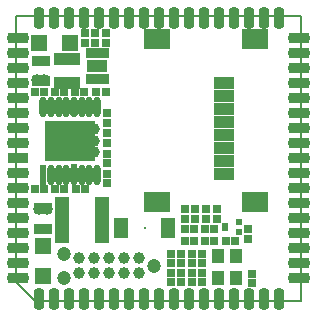
<source format=gts>
G04 Layer_Color=8388736*
%FSLAX43Y43*%
%MOMM*%
G71*
G01*
G75*
%ADD35C,0.200*%
%ADD58R,2.203X1.003*%
%ADD59R,1.203X3.903*%
%ADD60R,0.603X1.753*%
%ADD61O,0.603X1.753*%
%ADD62R,4.303X3.503*%
%ADD63R,1.203X1.803*%
%ADD64R,0.703X0.703*%
%ADD65R,0.703X0.703*%
%ADD66R,0.603X0.703*%
%ADD67R,0.603X0.603*%
%ADD68R,1.453X1.403*%
%ADD69R,1.403X1.453*%
%ADD70R,1.503X0.953*%
%ADD71R,1.803X1.003*%
%ADD72R,0.653X0.953*%
%ADD73R,2.203X1.653*%
%ADD74R,1.703X1.003*%
%ADD75C,0.990*%
%ADD76R,1.103X1.203*%
%ADD77C,0.203*%
G04:AMPARAMS|DCode=78|XSize=0.903mm|YSize=1.803mm|CornerRadius=0.277mm|HoleSize=0mm|Usage=FLASHONLY|Rotation=90.000|XOffset=0mm|YOffset=0mm|HoleType=Round|Shape=RoundedRectangle|*
%AMROUNDEDRECTD78*
21,1,0.903,1.250,0,0,90.0*
21,1,0.350,1.803,0,0,90.0*
1,1,0.553,0.625,0.175*
1,1,0.553,0.625,-0.175*
1,1,0.553,-0.625,-0.175*
1,1,0.553,-0.625,0.175*
%
%ADD78ROUNDEDRECTD78*%
%ADD79R,1.803X0.903*%
G04:AMPARAMS|DCode=80|XSize=0.903mm|YSize=1.803mm|CornerRadius=0.277mm|HoleSize=0mm|Usage=FLASHONLY|Rotation=0.000|XOffset=0mm|YOffset=0mm|HoleType=Round|Shape=RoundedRectangle|*
%AMROUNDEDRECTD80*
21,1,0.903,1.250,0,0,0.0*
21,1,0.350,1.803,0,0,0.0*
1,1,0.553,0.175,-0.625*
1,1,0.553,-0.175,-0.625*
1,1,0.553,-0.175,0.625*
1,1,0.553,0.175,0.625*
%
%ADD80ROUNDEDRECTD80*%
%ADD81C,1.194*%
%ADD82C,0.603*%
%ADD83C,0.703*%
%ADD84C,1.003*%
D35*
X9240Y-12080D02*
X9810D01*
X7970D02*
X8540D01*
X6700D02*
X7270D01*
X5430D02*
X6000D01*
X4160D02*
X4730D01*
X2890D02*
X3460D01*
X1620D02*
X2190D01*
X350D02*
X920D01*
X-920D02*
X-350D01*
X-2190D02*
X-1620D01*
X-3460D02*
X-2890D01*
X-4730D02*
X-4160D01*
X-6000D02*
X-5430D01*
X-7270D02*
X-6700D01*
X-8540D02*
X-7970D01*
X-9810D02*
X-9240D01*
X-12480Y-10510D02*
X-12080D01*
X-12580Y-10410D02*
X-12480Y-10510D01*
X-12580Y-10410D02*
Y-9910D01*
X-12480Y-9810D01*
X-12080D01*
X-12480Y-9240D02*
X-12080D01*
X-12580Y-9140D02*
X-12480Y-9240D01*
X-12580Y-9140D02*
Y-8640D01*
X-12480Y-8540D01*
X-12080D01*
X-12480Y-7970D02*
X-12080D01*
X-12580Y-7870D02*
X-12480Y-7970D01*
X-12580Y-7870D02*
Y-7370D01*
X-12480Y-7270D01*
X-12080D01*
X-12480Y-6700D02*
X-12080D01*
X-12580Y-6600D02*
X-12480Y-6700D01*
X-12580Y-6600D02*
Y-6100D01*
X-12480Y-6000D01*
X-12080D01*
X-12480Y-5430D02*
X-12080D01*
X-12580Y-5330D02*
X-12480Y-5430D01*
X-12580Y-5330D02*
Y-4830D01*
X-12480Y-4730D01*
X-12080D01*
X-12480Y-4160D02*
X-12080D01*
X-12580Y-4060D02*
X-12480Y-4160D01*
X-12580Y-4060D02*
Y-3560D01*
X-12480Y-3460D01*
X-12080D01*
X-12480Y-2890D02*
X-12080D01*
X-12580Y-2790D02*
X-12480Y-2890D01*
X-12580Y-2790D02*
Y-2290D01*
X-12480Y-2190D01*
X-12080D01*
X-12480Y-1620D02*
X-12080D01*
X-12580Y-1520D02*
X-12480Y-1620D01*
X-12580Y-1520D02*
Y-1020D01*
X-12480Y-920D01*
X-12080D01*
X-12480Y-350D02*
X-12080D01*
X-12580Y-250D02*
X-12480Y-350D01*
X-12580Y-250D02*
Y250D01*
X-12480Y350D01*
X-12080D01*
X-12480Y920D02*
X-12080D01*
X-12580Y1020D02*
X-12480Y920D01*
X-12580Y1020D02*
Y1520D01*
X-12480Y1620D01*
X-12080D01*
X-12480Y2190D02*
X-12080D01*
X-12580Y2290D02*
X-12480Y2190D01*
X-12580Y2290D02*
Y2790D01*
X-12480Y2890D01*
X-12080D01*
X-12480Y3460D02*
X-12080D01*
X-12580Y3560D02*
X-12480Y3460D01*
X-12580Y3560D02*
Y4060D01*
X-12480Y4160D01*
X-12080D01*
X-12480Y4730D02*
X-12080D01*
X-12580Y4830D02*
X-12480Y4730D01*
X-12580Y4830D02*
Y5330D01*
X-12480Y5430D01*
X-12080D01*
X-12480Y6000D02*
X-12080D01*
X-12580Y6100D02*
X-12480Y6000D01*
X-12580Y6100D02*
Y6600D01*
X-12480Y6700D01*
X-12080D01*
X-12480Y7270D02*
X-12080D01*
X-12580Y7370D02*
X-12480Y7270D01*
X-12580Y7370D02*
Y7870D01*
X-12480Y7970D01*
X-12080D01*
X-12480Y8540D02*
X-12080D01*
X-12580Y8640D02*
X-12480Y8540D01*
X-12580Y8640D02*
Y9140D01*
X-12480Y9240D01*
X-12080D01*
X-12480Y9810D02*
X-12080D01*
X-12580Y9910D02*
X-12480Y9810D01*
X-12580Y9910D02*
Y10410D01*
X-12480Y10510D01*
X-12080D01*
X-10510Y12080D02*
Y12480D01*
X-10410Y12580D01*
X-9910D01*
X-9810Y12480D01*
Y12080D02*
Y12480D01*
X-9240Y12080D02*
Y12480D01*
X-9140Y12580D01*
X-8640D01*
X-8540Y12480D01*
Y12080D02*
Y12480D01*
X-7970Y12080D02*
Y12480D01*
X-7870Y12580D01*
X-7370D01*
X-7270Y12480D01*
Y12080D02*
Y12480D01*
X-6700Y12080D02*
Y12480D01*
X-6600Y12580D01*
X-6100D01*
X-6000Y12480D01*
Y12080D02*
Y12480D01*
X-5430Y12080D02*
Y12480D01*
X-5330Y12580D01*
X-4830D01*
X-4730Y12480D01*
Y12080D02*
Y12480D01*
X-4160Y12080D02*
Y12480D01*
X-4060Y12580D01*
X-3560D01*
X-3460Y12480D01*
Y12080D02*
Y12480D01*
X-2890Y12080D02*
Y12480D01*
X-2790Y12580D01*
X-2290D01*
X-2190Y12480D01*
Y12080D02*
Y12480D01*
X-1620Y12080D02*
Y12480D01*
X-1520Y12580D01*
X-1020D01*
X-920Y12480D01*
Y12080D02*
Y12480D01*
X-350Y12080D02*
Y12480D01*
X-250Y12580D01*
X250D01*
X350Y12480D01*
Y12080D02*
Y12480D01*
X920Y12080D02*
Y12480D01*
X1020Y12580D01*
X1520D01*
X1620Y12480D01*
Y12080D02*
Y12480D01*
X2190Y12080D02*
Y12480D01*
X2290Y12580D01*
X2790D01*
X2890Y12480D01*
Y12080D02*
Y12480D01*
X3460Y12080D02*
Y12480D01*
X3560Y12580D01*
X4060D01*
X4160Y12480D01*
Y12080D02*
Y12480D01*
X4730Y12080D02*
Y12480D01*
X4830Y12580D01*
X5330D01*
X5430Y12480D01*
Y12080D02*
Y12480D01*
X6000Y12080D02*
Y12480D01*
X6100Y12580D01*
X6600D01*
X6700Y12480D01*
Y12080D02*
Y12480D01*
X7270Y12080D02*
Y12480D01*
X7370Y12580D01*
X7870D01*
X7970Y12480D01*
Y12080D02*
Y12480D01*
X8540Y12080D02*
Y12480D01*
X8640Y12580D01*
X9140D01*
X9240Y12480D01*
Y12080D02*
Y12480D01*
X9810Y12080D02*
Y12480D01*
X9910Y12580D01*
X10410D01*
X10510Y12480D01*
Y12080D02*
Y12480D01*
X12080Y10510D02*
X12480D01*
X12580Y10410D01*
Y9910D02*
Y10410D01*
X12480Y9810D02*
X12580Y9910D01*
X12080Y9810D02*
X12480D01*
X12080Y9240D02*
X12480D01*
X12580Y9140D01*
Y8640D02*
Y9140D01*
X12480Y8540D02*
X12580Y8640D01*
X12080Y8540D02*
X12480D01*
X12080Y7970D02*
X12480D01*
X12580Y7870D01*
Y7370D02*
Y7870D01*
X12480Y7270D02*
X12580Y7370D01*
X12080Y7270D02*
X12480D01*
X12080Y6700D02*
X12480D01*
X12580Y6600D01*
Y6100D02*
Y6600D01*
X12480Y6000D02*
X12580Y6100D01*
X12080Y6000D02*
X12480D01*
X12080Y5430D02*
X12480D01*
X12580Y5330D01*
Y4830D02*
Y5330D01*
X12480Y4730D02*
X12580Y4830D01*
X12080Y4730D02*
X12480D01*
X12080Y4160D02*
X12480D01*
X12580Y4060D01*
Y3560D02*
Y4060D01*
X12480Y3460D02*
X12580Y3560D01*
X12080Y3460D02*
X12480D01*
X12080Y2890D02*
X12480D01*
X12580Y2790D01*
Y2290D02*
Y2790D01*
X12480Y2190D02*
X12580Y2290D01*
X12080Y2190D02*
X12480D01*
X12080Y1620D02*
X12480D01*
X12580Y1520D01*
Y1020D02*
Y1520D01*
X12480Y920D02*
X12580Y1020D01*
X12080Y920D02*
X12480D01*
X12080Y350D02*
X12480D01*
X12580Y250D01*
Y-250D02*
Y250D01*
X12480Y-350D02*
X12580Y-250D01*
X12080Y-350D02*
X12480D01*
X12080Y-920D02*
X12480D01*
X12580Y-1020D01*
Y-1520D02*
Y-1020D01*
X12480Y-1620D02*
X12580Y-1520D01*
X12080Y-1620D02*
X12480D01*
X12080Y-2190D02*
X12480D01*
X12580Y-2290D01*
Y-2790D02*
Y-2290D01*
X12480Y-2890D02*
X12580Y-2790D01*
X12080Y-2890D02*
X12480D01*
X12080Y-3460D02*
X12480D01*
X12580Y-3560D01*
Y-4060D02*
Y-3560D01*
X12480Y-4160D02*
X12580Y-4060D01*
X12080Y-4160D02*
X12480D01*
X12080Y-4730D02*
X12480D01*
X12580Y-4830D01*
Y-5330D02*
Y-4830D01*
X12480Y-5430D02*
X12580Y-5330D01*
X12080Y-5430D02*
X12480D01*
X12080Y-6000D02*
X12480D01*
X12580Y-6100D01*
Y-6600D02*
Y-6100D01*
X12480Y-6700D02*
X12580Y-6600D01*
X12080Y-6700D02*
X12480D01*
X12080Y-7270D02*
X12480D01*
X12580Y-7370D01*
Y-7870D02*
Y-7370D01*
X12480Y-7970D02*
X12580Y-7870D01*
X12080Y-7970D02*
X12480D01*
X12080Y-8540D02*
X12480D01*
X12580Y-8640D01*
Y-9140D02*
Y-8640D01*
X12480Y-9240D02*
X12580Y-9140D01*
X12080Y-9240D02*
X12480D01*
X12080Y-9810D02*
X12480D01*
X12580Y-9910D01*
Y-10410D02*
Y-9910D01*
X12480Y-10510D02*
X12580Y-10410D01*
X12080Y-10510D02*
X12480D01*
X10510Y-12480D02*
Y-12080D01*
X10410Y-12580D02*
X10510Y-12480D01*
X9910Y-12580D02*
X10410D01*
X9810Y-12480D02*
X9910Y-12580D01*
X9810Y-12480D02*
Y-12080D01*
X9240Y-12480D02*
Y-12080D01*
X9140Y-12580D02*
X9240Y-12480D01*
X8640Y-12580D02*
X9140D01*
X8540Y-12480D02*
X8640Y-12580D01*
X8540Y-12480D02*
Y-12080D01*
X7970Y-12480D02*
Y-12080D01*
X7870Y-12580D02*
X7970Y-12480D01*
X7370Y-12580D02*
X7870D01*
X7270Y-12480D02*
X7370Y-12580D01*
X7270Y-12480D02*
Y-12080D01*
X6700Y-12480D02*
Y-12080D01*
X6600Y-12580D02*
X6700Y-12480D01*
X6100Y-12580D02*
X6600D01*
X6000Y-12480D02*
X6100Y-12580D01*
X6000Y-12480D02*
Y-12080D01*
X5430Y-12480D02*
Y-12080D01*
X5330Y-12580D02*
X5430Y-12480D01*
X4830Y-12580D02*
X5330D01*
X4730Y-12480D02*
X4830Y-12580D01*
X4730Y-12480D02*
Y-12080D01*
X4160Y-12480D02*
Y-12080D01*
X4060Y-12580D02*
X4160Y-12480D01*
X3560Y-12580D02*
X4060D01*
X3460Y-12480D02*
X3560Y-12580D01*
X3460Y-12480D02*
Y-12080D01*
X2890Y-12480D02*
Y-12080D01*
X2790Y-12580D02*
X2890Y-12480D01*
X2290Y-12580D02*
X2790D01*
X2190Y-12480D02*
X2290Y-12580D01*
X2190Y-12480D02*
Y-12080D01*
X1620Y-12480D02*
Y-12080D01*
X1520Y-12580D02*
X1620Y-12480D01*
X1020Y-12580D02*
X1520D01*
X920Y-12480D02*
X1020Y-12580D01*
X920Y-12480D02*
Y-12080D01*
X350Y-12480D02*
Y-12080D01*
X250Y-12580D02*
X350Y-12480D01*
X-250Y-12580D02*
X250D01*
X-350Y-12480D02*
X-250Y-12580D01*
X-350Y-12480D02*
Y-12080D01*
X-920Y-12480D02*
Y-12080D01*
X-1020Y-12580D02*
X-920Y-12480D01*
X-1520Y-12580D02*
X-1020D01*
X-1620Y-12480D02*
X-1520Y-12580D01*
X-1620Y-12480D02*
Y-12080D01*
X-2190Y-12480D02*
Y-12080D01*
X-2290Y-12580D02*
X-2190Y-12480D01*
X-2790Y-12580D02*
X-2290D01*
X-2890Y-12480D02*
X-2790Y-12580D01*
X-2890Y-12480D02*
Y-12080D01*
X-3460Y-12480D02*
Y-12080D01*
X-3560Y-12580D02*
X-3460Y-12480D01*
X-4060Y-12580D02*
X-3560D01*
X-4160Y-12480D02*
X-4060Y-12580D01*
X-4160Y-12480D02*
Y-12080D01*
X-4730Y-12480D02*
Y-12080D01*
X-4830Y-12580D02*
X-4730Y-12480D01*
X-5330Y-12580D02*
X-4830D01*
X-5430Y-12480D02*
X-5330Y-12580D01*
X-5430Y-12480D02*
Y-12080D01*
X-6000Y-12480D02*
Y-12080D01*
X-6100Y-12580D02*
X-6000Y-12480D01*
X-6600Y-12580D02*
X-6100D01*
X-6700Y-12480D02*
X-6600Y-12580D01*
X-6700Y-12480D02*
Y-12080D01*
X-7270Y-12480D02*
Y-12080D01*
X-7370Y-12580D02*
X-7270Y-12480D01*
X-7870Y-12580D02*
X-7370D01*
X-7970Y-12480D02*
X-7870Y-12580D01*
X-7970Y-12480D02*
Y-12080D01*
X-8540Y-12480D02*
Y-12080D01*
X-8640Y-12580D02*
X-8540Y-12480D01*
X-9140Y-12580D02*
X-8640D01*
X-9240Y-12480D02*
X-9140Y-12580D01*
X-9240Y-12480D02*
Y-12080D01*
X-9810Y-12480D02*
Y-12080D01*
X-9910Y-12580D02*
X-9810Y-12480D01*
X-10410Y-12580D02*
X-9910D01*
X-10510Y-12480D02*
X-10410Y-12580D01*
X-10510Y-12480D02*
Y-12080D01*
X-12446Y-10465D02*
X-12090D01*
X-12573Y-10338D02*
X-12446Y-10465D01*
X-12573Y-10338D02*
Y-9982D01*
X-12446Y-9855D01*
X-12090D01*
X-12080Y-9810D02*
Y-9240D01*
Y-8540D02*
Y-7970D01*
Y-7270D02*
Y-6700D01*
Y-6000D02*
Y-5430D01*
Y-4730D02*
Y-4160D01*
Y-3460D02*
Y-2890D01*
Y-2190D02*
Y-1620D01*
Y-920D02*
Y-350D01*
Y350D02*
Y920D01*
Y1620D02*
Y2190D01*
Y2890D02*
Y3460D01*
Y4160D02*
Y4730D01*
Y5430D02*
Y6000D01*
Y6700D02*
Y7270D01*
Y7970D02*
Y8540D01*
Y9240D02*
Y9810D01*
X-9810Y12080D02*
X-9240D01*
X-8540D02*
X-7970D01*
X-7270D02*
X-6700D01*
X-6000D02*
X-5430D01*
X-4730D02*
X-4160D01*
X-3460D02*
X-2890D01*
X-2190D02*
X-1620D01*
X-920D02*
X-350D01*
X350D02*
X920D01*
X1620D02*
X2190D01*
X2890D02*
X3460D01*
X4160D02*
X4730D01*
X5430D02*
X6000D01*
X6700D02*
X7270D01*
X7970D02*
X8540D01*
X9240D02*
X9810D01*
X12080Y9240D02*
Y9810D01*
Y7970D02*
Y8540D01*
Y6700D02*
Y7270D01*
Y5430D02*
Y6000D01*
Y4160D02*
Y4730D01*
Y2890D02*
Y3460D01*
Y1620D02*
Y2190D01*
Y350D02*
Y920D01*
Y-920D02*
Y-350D01*
Y-2190D02*
Y-1620D01*
Y-3460D02*
Y-2890D01*
Y-4730D02*
Y-4160D01*
Y-6000D02*
Y-5430D01*
Y-7270D02*
Y-6700D01*
Y-8540D02*
Y-7970D01*
Y-9810D02*
Y-9240D01*
X10510Y-12080D02*
X12080D01*
Y-10510D01*
X10510Y12080D02*
X12080D01*
Y10510D02*
Y12080D01*
X-12080Y10510D02*
Y12080D01*
X-10510D01*
X-12080Y-10510D02*
X-10510Y-12080D01*
D58*
X-7800Y8400D02*
D03*
Y6400D02*
D03*
D59*
X-4800Y-5200D02*
D03*
X-8200D02*
D03*
D60*
X-9775Y-1375D02*
D03*
D61*
X-9125D02*
D03*
X-8475D02*
D03*
X-7825D02*
D03*
X-7175D02*
D03*
X-6525D02*
D03*
X-5875D02*
D03*
X-5225D02*
D03*
X-9775Y4375D02*
D03*
X-9125D02*
D03*
X-8475D02*
D03*
X-7825D02*
D03*
X-7175D02*
D03*
X-6525D02*
D03*
X-5875D02*
D03*
X-5225D02*
D03*
D62*
X-7500Y1500D02*
D03*
D63*
X800Y-5900D02*
D03*
X-3200D02*
D03*
D64*
X3700Y-9700D02*
D03*
Y-10500D02*
D03*
X2800Y-9700D02*
D03*
Y-10500D02*
D03*
X1900Y-9700D02*
D03*
Y-10500D02*
D03*
X1000Y-9700D02*
D03*
Y-10500D02*
D03*
X7900Y-10600D02*
D03*
Y-9800D02*
D03*
X-4400Y1300D02*
D03*
Y2100D02*
D03*
Y400D02*
D03*
Y-400D02*
D03*
Y3000D02*
D03*
Y3800D02*
D03*
Y-1300D02*
D03*
Y-2100D02*
D03*
X3700Y-8100D02*
D03*
Y-8900D02*
D03*
X2800Y-8100D02*
D03*
Y-8900D02*
D03*
X1900Y-8100D02*
D03*
Y-8900D02*
D03*
X1000Y-8100D02*
D03*
Y-8900D02*
D03*
X-5400Y10600D02*
D03*
Y9800D02*
D03*
X-4500D02*
D03*
Y10600D02*
D03*
X7600Y-6800D02*
D03*
Y-6000D02*
D03*
X4000Y-4300D02*
D03*
Y-5100D02*
D03*
X4900Y-4300D02*
D03*
Y-5100D02*
D03*
X3100Y-4300D02*
D03*
Y-5100D02*
D03*
X2200Y-4300D02*
D03*
Y-5100D02*
D03*
X-6200Y9800D02*
D03*
Y10600D02*
D03*
D65*
X3000Y-7000D02*
D03*
X2200D02*
D03*
Y-6000D02*
D03*
X3000D02*
D03*
X6500Y-7000D02*
D03*
X5700D02*
D03*
X4700D02*
D03*
X3900D02*
D03*
X4700Y-6000D02*
D03*
X3900D02*
D03*
X-4500Y5600D02*
D03*
X-5300D02*
D03*
X-7100D02*
D03*
X-6300D02*
D03*
X-7000Y-2600D02*
D03*
X-6200D02*
D03*
X-8000Y5600D02*
D03*
X-8800D02*
D03*
X-8000Y-2600D02*
D03*
X-8800D02*
D03*
X-9700D02*
D03*
X-10500D02*
D03*
Y5600D02*
D03*
X-9700D02*
D03*
D66*
X5625Y-5800D02*
D03*
D67*
X6775Y-5400D02*
D03*
Y-6200D02*
D03*
D68*
X-9800Y-7400D02*
D03*
Y-10000D02*
D03*
D69*
X-7500Y9800D02*
D03*
X-10100D02*
D03*
D70*
X-10000Y8275D02*
D03*
Y6525D02*
D03*
X-9800Y-4225D02*
D03*
Y-5975D02*
D03*
D71*
X-5200Y7800D02*
D03*
D72*
X-4550Y8900D02*
D03*
X-5200D02*
D03*
X-5850D02*
D03*
X-4550Y6700D02*
D03*
X-5200D02*
D03*
X-5850D02*
D03*
D73*
X8150Y-3675D02*
D03*
Y10075D02*
D03*
X-150Y-3675D02*
D03*
Y10075D02*
D03*
D74*
X5550Y6405D02*
D03*
Y5305D02*
D03*
Y4205D02*
D03*
Y3105D02*
D03*
Y2005D02*
D03*
Y905D02*
D03*
Y-195D02*
D03*
Y-1295D02*
D03*
D75*
X-5470Y-9735D02*
D03*
Y-8465D02*
D03*
X-4200Y-9735D02*
D03*
Y-8465D02*
D03*
X-1660D02*
D03*
X-2930D02*
D03*
X-6740D02*
D03*
X-1660Y-9735D02*
D03*
X-2930D02*
D03*
X-6740D02*
D03*
D76*
X6550Y-8250D02*
D03*
Y-10150D02*
D03*
X5050D02*
D03*
Y-8250D02*
D03*
D77*
X-1200Y-5900D02*
D03*
D78*
X-11880Y-10160D02*
D03*
Y-8890D02*
D03*
Y-7620D02*
D03*
Y-6350D02*
D03*
Y-5080D02*
D03*
Y-3810D02*
D03*
Y-2540D02*
D03*
Y-1270D02*
D03*
Y1270D02*
D03*
Y2540D02*
D03*
Y3810D02*
D03*
Y5080D02*
D03*
Y6350D02*
D03*
Y7620D02*
D03*
Y8890D02*
D03*
Y10160D02*
D03*
X11880D02*
D03*
Y8890D02*
D03*
Y7620D02*
D03*
Y6350D02*
D03*
Y5080D02*
D03*
Y3810D02*
D03*
Y2540D02*
D03*
Y1270D02*
D03*
Y0D02*
D03*
Y-1270D02*
D03*
Y-2540D02*
D03*
Y-3810D02*
D03*
Y-5080D02*
D03*
Y-6350D02*
D03*
Y-7620D02*
D03*
Y-8890D02*
D03*
Y-10160D02*
D03*
D79*
X-11880Y0D02*
D03*
D80*
X-10160Y11880D02*
D03*
X-8890D02*
D03*
X-7620D02*
D03*
X-6350D02*
D03*
X-5080D02*
D03*
X-3810D02*
D03*
X-2540D02*
D03*
X-1270D02*
D03*
X-0D02*
D03*
X1270D02*
D03*
X2540D02*
D03*
X3810D02*
D03*
X5080D02*
D03*
X6350D02*
D03*
X7620D02*
D03*
X8890D02*
D03*
X10160D02*
D03*
Y-11880D02*
D03*
X8890D02*
D03*
X7620D02*
D03*
X6350D02*
D03*
X5080D02*
D03*
X3810D02*
D03*
X2540D02*
D03*
X1270D02*
D03*
X-0D02*
D03*
X-1270D02*
D03*
X-2540D02*
D03*
X-3810D02*
D03*
X-5080D02*
D03*
X-6350D02*
D03*
X-7620D02*
D03*
X-8890D02*
D03*
X-10160D02*
D03*
D81*
X-8010Y-10116D02*
D03*
Y-8084D02*
D03*
X-390Y-9100D02*
D03*
D82*
X2200Y-7000D02*
D03*
X-7175Y-775D02*
D03*
X6775Y-6200D02*
D03*
X8300Y10500D02*
D03*
X-5850Y6700D02*
D03*
X-4550D02*
D03*
X2200Y-6000D02*
D03*
X-5300Y5600D02*
D03*
X-5200Y7800D02*
D03*
X-4700D02*
D03*
X-5700D02*
D03*
X-7200Y9500D02*
D03*
Y10100D02*
D03*
X-7800D02*
D03*
Y9500D02*
D03*
X-7000Y-2600D02*
D03*
X-7100Y5600D02*
D03*
X4700Y-6000D02*
D03*
X1000Y-10500D02*
D03*
X1900D02*
D03*
X2800D02*
D03*
X3700D02*
D03*
X9000Y-3100D02*
D03*
D83*
X-7175Y3875D02*
D03*
D84*
X-7500Y1500D02*
D03*
Y2500D02*
D03*
X-6500D02*
D03*
Y1500D02*
D03*
Y500D02*
D03*
X-7500D02*
D03*
X-5500D02*
D03*
Y1500D02*
D03*
Y2500D02*
D03*
X-10100Y-4300D02*
D03*
X-9500D02*
D03*
X-10300Y6600D02*
D03*
X-9700D02*
D03*
M02*

</source>
